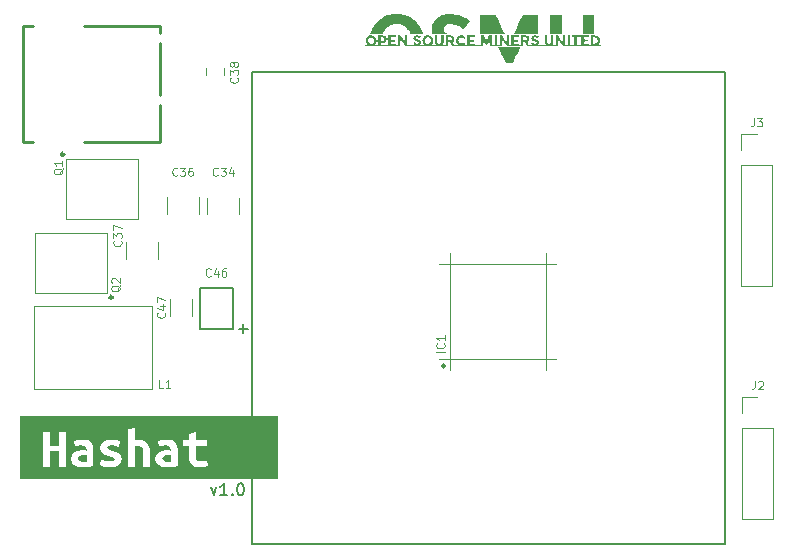
<source format=gbr>
G04 #@! TF.GenerationSoftware,KiCad,Pcbnew,7.0.5-0*
G04 #@! TF.CreationDate,2023-06-09T10:40:46+01:00*
G04 #@! TF.ProjectId,Hashat,48617368-6174-42e6-9b69-6361645f7063,rev?*
G04 #@! TF.SameCoordinates,Original*
G04 #@! TF.FileFunction,Legend,Top*
G04 #@! TF.FilePolarity,Positive*
%FSLAX46Y46*%
G04 Gerber Fmt 4.6, Leading zero omitted, Abs format (unit mm)*
G04 Created by KiCad (PCBNEW 7.0.5-0) date 2023-06-09 10:40:46*
%MOMM*%
%LPD*%
G01*
G04 APERTURE LIST*
%ADD10C,0.150000*%
%ADD11C,0.100000*%
%ADD12C,0.120000*%
%ADD13C,0.250000*%
%ADD14C,0.127000*%
%ADD15C,0.280227*%
G04 APERTURE END LIST*
D10*
X96554000Y-66935000D02*
X136544000Y-66935000D01*
X136544000Y-106915000D01*
X96554000Y-106915000D01*
X96554000Y-66935000D01*
X93038541Y-102125152D02*
X93276636Y-102791819D01*
X93276636Y-102791819D02*
X93514731Y-102125152D01*
X94419493Y-102791819D02*
X93848065Y-102791819D01*
X94133779Y-102791819D02*
X94133779Y-101791819D01*
X94133779Y-101791819D02*
X94038541Y-101934676D01*
X94038541Y-101934676D02*
X93943303Y-102029914D01*
X93943303Y-102029914D02*
X93848065Y-102077533D01*
X94848065Y-102696580D02*
X94895684Y-102744200D01*
X94895684Y-102744200D02*
X94848065Y-102791819D01*
X94848065Y-102791819D02*
X94800446Y-102744200D01*
X94800446Y-102744200D02*
X94848065Y-102696580D01*
X94848065Y-102696580D02*
X94848065Y-102791819D01*
X95514731Y-101791819D02*
X95609969Y-101791819D01*
X95609969Y-101791819D02*
X95705207Y-101839438D01*
X95705207Y-101839438D02*
X95752826Y-101887057D01*
X95752826Y-101887057D02*
X95800445Y-101982295D01*
X95800445Y-101982295D02*
X95848064Y-102172771D01*
X95848064Y-102172771D02*
X95848064Y-102410866D01*
X95848064Y-102410866D02*
X95800445Y-102601342D01*
X95800445Y-102601342D02*
X95752826Y-102696580D01*
X95752826Y-102696580D02*
X95705207Y-102744200D01*
X95705207Y-102744200D02*
X95609969Y-102791819D01*
X95609969Y-102791819D02*
X95514731Y-102791819D01*
X95514731Y-102791819D02*
X95419493Y-102744200D01*
X95419493Y-102744200D02*
X95371874Y-102696580D01*
X95371874Y-102696580D02*
X95324255Y-102601342D01*
X95324255Y-102601342D02*
X95276636Y-102410866D01*
X95276636Y-102410866D02*
X95276636Y-102172771D01*
X95276636Y-102172771D02*
X95324255Y-101982295D01*
X95324255Y-101982295D02*
X95371874Y-101887057D01*
X95371874Y-101887057D02*
X95419493Y-101839438D01*
X95419493Y-101839438D02*
X95514731Y-101791819D01*
D11*
X139087666Y-93137633D02*
X139087666Y-93637633D01*
X139087666Y-93637633D02*
X139054333Y-93737633D01*
X139054333Y-93737633D02*
X138987666Y-93804300D01*
X138987666Y-93804300D02*
X138887666Y-93837633D01*
X138887666Y-93837633D02*
X138821000Y-93837633D01*
X139387666Y-93204300D02*
X139420999Y-93170966D01*
X139420999Y-93170966D02*
X139487666Y-93137633D01*
X139487666Y-93137633D02*
X139654333Y-93137633D01*
X139654333Y-93137633D02*
X139720999Y-93170966D01*
X139720999Y-93170966D02*
X139754333Y-93204300D01*
X139754333Y-93204300D02*
X139787666Y-93270966D01*
X139787666Y-93270966D02*
X139787666Y-93337633D01*
X139787666Y-93337633D02*
X139754333Y-93437633D01*
X139754333Y-93437633D02*
X139354333Y-93837633D01*
X139354333Y-93837633D02*
X139787666Y-93837633D01*
X93029199Y-84221366D02*
X92995866Y-84254700D01*
X92995866Y-84254700D02*
X92895866Y-84288033D01*
X92895866Y-84288033D02*
X92829199Y-84288033D01*
X92829199Y-84288033D02*
X92729199Y-84254700D01*
X92729199Y-84254700D02*
X92662533Y-84188033D01*
X92662533Y-84188033D02*
X92629199Y-84121366D01*
X92629199Y-84121366D02*
X92595866Y-83988033D01*
X92595866Y-83988033D02*
X92595866Y-83888033D01*
X92595866Y-83888033D02*
X92629199Y-83754700D01*
X92629199Y-83754700D02*
X92662533Y-83688033D01*
X92662533Y-83688033D02*
X92729199Y-83621366D01*
X92729199Y-83621366D02*
X92829199Y-83588033D01*
X92829199Y-83588033D02*
X92895866Y-83588033D01*
X92895866Y-83588033D02*
X92995866Y-83621366D01*
X92995866Y-83621366D02*
X93029199Y-83654700D01*
X93629199Y-83821366D02*
X93629199Y-84288033D01*
X93462533Y-83554700D02*
X93295866Y-84054700D01*
X93295866Y-84054700D02*
X93729199Y-84054700D01*
X94295866Y-83588033D02*
X94162533Y-83588033D01*
X94162533Y-83588033D02*
X94095866Y-83621366D01*
X94095866Y-83621366D02*
X94062533Y-83654700D01*
X94062533Y-83654700D02*
X93995866Y-83754700D01*
X93995866Y-83754700D02*
X93962533Y-83888033D01*
X93962533Y-83888033D02*
X93962533Y-84154700D01*
X93962533Y-84154700D02*
X93995866Y-84221366D01*
X93995866Y-84221366D02*
X94029200Y-84254700D01*
X94029200Y-84254700D02*
X94095866Y-84288033D01*
X94095866Y-84288033D02*
X94229200Y-84288033D01*
X94229200Y-84288033D02*
X94295866Y-84254700D01*
X94295866Y-84254700D02*
X94329200Y-84221366D01*
X94329200Y-84221366D02*
X94362533Y-84154700D01*
X94362533Y-84154700D02*
X94362533Y-83988033D01*
X94362533Y-83988033D02*
X94329200Y-83921366D01*
X94329200Y-83921366D02*
X94295866Y-83888033D01*
X94295866Y-83888033D02*
X94229200Y-83854700D01*
X94229200Y-83854700D02*
X94095866Y-83854700D01*
X94095866Y-83854700D02*
X94029200Y-83888033D01*
X94029200Y-83888033D02*
X93995866Y-83921366D01*
X93995866Y-83921366D02*
X93962533Y-83988033D01*
D10*
X95783866Y-89067951D02*
X95783866Y-88306047D01*
X96164819Y-88686999D02*
X95402914Y-88686999D01*
D11*
X90203999Y-75691966D02*
X90170666Y-75725300D01*
X90170666Y-75725300D02*
X90070666Y-75758633D01*
X90070666Y-75758633D02*
X90003999Y-75758633D01*
X90003999Y-75758633D02*
X89903999Y-75725300D01*
X89903999Y-75725300D02*
X89837333Y-75658633D01*
X89837333Y-75658633D02*
X89803999Y-75591966D01*
X89803999Y-75591966D02*
X89770666Y-75458633D01*
X89770666Y-75458633D02*
X89770666Y-75358633D01*
X89770666Y-75358633D02*
X89803999Y-75225300D01*
X89803999Y-75225300D02*
X89837333Y-75158633D01*
X89837333Y-75158633D02*
X89903999Y-75091966D01*
X89903999Y-75091966D02*
X90003999Y-75058633D01*
X90003999Y-75058633D02*
X90070666Y-75058633D01*
X90070666Y-75058633D02*
X90170666Y-75091966D01*
X90170666Y-75091966D02*
X90203999Y-75125300D01*
X90437333Y-75058633D02*
X90870666Y-75058633D01*
X90870666Y-75058633D02*
X90637333Y-75325300D01*
X90637333Y-75325300D02*
X90737333Y-75325300D01*
X90737333Y-75325300D02*
X90803999Y-75358633D01*
X90803999Y-75358633D02*
X90837333Y-75391966D01*
X90837333Y-75391966D02*
X90870666Y-75458633D01*
X90870666Y-75458633D02*
X90870666Y-75625300D01*
X90870666Y-75625300D02*
X90837333Y-75691966D01*
X90837333Y-75691966D02*
X90803999Y-75725300D01*
X90803999Y-75725300D02*
X90737333Y-75758633D01*
X90737333Y-75758633D02*
X90537333Y-75758633D01*
X90537333Y-75758633D02*
X90470666Y-75725300D01*
X90470666Y-75725300D02*
X90437333Y-75691966D01*
X91470666Y-75058633D02*
X91337333Y-75058633D01*
X91337333Y-75058633D02*
X91270666Y-75091966D01*
X91270666Y-75091966D02*
X91237333Y-75125300D01*
X91237333Y-75125300D02*
X91170666Y-75225300D01*
X91170666Y-75225300D02*
X91137333Y-75358633D01*
X91137333Y-75358633D02*
X91137333Y-75625300D01*
X91137333Y-75625300D02*
X91170666Y-75691966D01*
X91170666Y-75691966D02*
X91204000Y-75725300D01*
X91204000Y-75725300D02*
X91270666Y-75758633D01*
X91270666Y-75758633D02*
X91404000Y-75758633D01*
X91404000Y-75758633D02*
X91470666Y-75725300D01*
X91470666Y-75725300D02*
X91504000Y-75691966D01*
X91504000Y-75691966D02*
X91537333Y-75625300D01*
X91537333Y-75625300D02*
X91537333Y-75458633D01*
X91537333Y-75458633D02*
X91504000Y-75391966D01*
X91504000Y-75391966D02*
X91470666Y-75358633D01*
X91470666Y-75358633D02*
X91404000Y-75325300D01*
X91404000Y-75325300D02*
X91270666Y-75325300D01*
X91270666Y-75325300D02*
X91204000Y-75358633D01*
X91204000Y-75358633D02*
X91170666Y-75391966D01*
X91170666Y-75391966D02*
X91137333Y-75458633D01*
X85383300Y-85039666D02*
X85349966Y-85106333D01*
X85349966Y-85106333D02*
X85283300Y-85173000D01*
X85283300Y-85173000D02*
X85183300Y-85273000D01*
X85183300Y-85273000D02*
X85149966Y-85339666D01*
X85149966Y-85339666D02*
X85149966Y-85406333D01*
X85316633Y-85373000D02*
X85283300Y-85439666D01*
X85283300Y-85439666D02*
X85216633Y-85506333D01*
X85216633Y-85506333D02*
X85083300Y-85539666D01*
X85083300Y-85539666D02*
X84849966Y-85539666D01*
X84849966Y-85539666D02*
X84716633Y-85506333D01*
X84716633Y-85506333D02*
X84649966Y-85439666D01*
X84649966Y-85439666D02*
X84616633Y-85373000D01*
X84616633Y-85373000D02*
X84616633Y-85239666D01*
X84616633Y-85239666D02*
X84649966Y-85173000D01*
X84649966Y-85173000D02*
X84716633Y-85106333D01*
X84716633Y-85106333D02*
X84849966Y-85073000D01*
X84849966Y-85073000D02*
X85083300Y-85073000D01*
X85083300Y-85073000D02*
X85216633Y-85106333D01*
X85216633Y-85106333D02*
X85283300Y-85173000D01*
X85283300Y-85173000D02*
X85316633Y-85239666D01*
X85316633Y-85239666D02*
X85316633Y-85373000D01*
X84683300Y-84806333D02*
X84649966Y-84773000D01*
X84649966Y-84773000D02*
X84616633Y-84706333D01*
X84616633Y-84706333D02*
X84616633Y-84539667D01*
X84616633Y-84539667D02*
X84649966Y-84473000D01*
X84649966Y-84473000D02*
X84683300Y-84439667D01*
X84683300Y-84439667D02*
X84749966Y-84406333D01*
X84749966Y-84406333D02*
X84816633Y-84406333D01*
X84816633Y-84406333D02*
X84916633Y-84439667D01*
X84916633Y-84439667D02*
X85316633Y-84839667D01*
X85316633Y-84839667D02*
X85316633Y-84406333D01*
X95299966Y-67438000D02*
X95333300Y-67471333D01*
X95333300Y-67471333D02*
X95366633Y-67571333D01*
X95366633Y-67571333D02*
X95366633Y-67638000D01*
X95366633Y-67638000D02*
X95333300Y-67738000D01*
X95333300Y-67738000D02*
X95266633Y-67804667D01*
X95266633Y-67804667D02*
X95199966Y-67838000D01*
X95199966Y-67838000D02*
X95066633Y-67871333D01*
X95066633Y-67871333D02*
X94966633Y-67871333D01*
X94966633Y-67871333D02*
X94833300Y-67838000D01*
X94833300Y-67838000D02*
X94766633Y-67804667D01*
X94766633Y-67804667D02*
X94699966Y-67738000D01*
X94699966Y-67738000D02*
X94666633Y-67638000D01*
X94666633Y-67638000D02*
X94666633Y-67571333D01*
X94666633Y-67571333D02*
X94699966Y-67471333D01*
X94699966Y-67471333D02*
X94733300Y-67438000D01*
X94666633Y-67204667D02*
X94666633Y-66771333D01*
X94666633Y-66771333D02*
X94933300Y-67004667D01*
X94933300Y-67004667D02*
X94933300Y-66904667D01*
X94933300Y-66904667D02*
X94966633Y-66838000D01*
X94966633Y-66838000D02*
X94999966Y-66804667D01*
X94999966Y-66804667D02*
X95066633Y-66771333D01*
X95066633Y-66771333D02*
X95233300Y-66771333D01*
X95233300Y-66771333D02*
X95299966Y-66804667D01*
X95299966Y-66804667D02*
X95333300Y-66838000D01*
X95333300Y-66838000D02*
X95366633Y-66904667D01*
X95366633Y-66904667D02*
X95366633Y-67104667D01*
X95366633Y-67104667D02*
X95333300Y-67171333D01*
X95333300Y-67171333D02*
X95299966Y-67204667D01*
X94966633Y-66371333D02*
X94933300Y-66438000D01*
X94933300Y-66438000D02*
X94899966Y-66471333D01*
X94899966Y-66471333D02*
X94833300Y-66504666D01*
X94833300Y-66504666D02*
X94799966Y-66504666D01*
X94799966Y-66504666D02*
X94733300Y-66471333D01*
X94733300Y-66471333D02*
X94699966Y-66438000D01*
X94699966Y-66438000D02*
X94666633Y-66371333D01*
X94666633Y-66371333D02*
X94666633Y-66238000D01*
X94666633Y-66238000D02*
X94699966Y-66171333D01*
X94699966Y-66171333D02*
X94733300Y-66138000D01*
X94733300Y-66138000D02*
X94799966Y-66104666D01*
X94799966Y-66104666D02*
X94833300Y-66104666D01*
X94833300Y-66104666D02*
X94899966Y-66138000D01*
X94899966Y-66138000D02*
X94933300Y-66171333D01*
X94933300Y-66171333D02*
X94966633Y-66238000D01*
X94966633Y-66238000D02*
X94966633Y-66371333D01*
X94966633Y-66371333D02*
X94999966Y-66438000D01*
X94999966Y-66438000D02*
X95033300Y-66471333D01*
X95033300Y-66471333D02*
X95099966Y-66504666D01*
X95099966Y-66504666D02*
X95233300Y-66504666D01*
X95233300Y-66504666D02*
X95299966Y-66471333D01*
X95299966Y-66471333D02*
X95333300Y-66438000D01*
X95333300Y-66438000D02*
X95366633Y-66371333D01*
X95366633Y-66371333D02*
X95366633Y-66238000D01*
X95366633Y-66238000D02*
X95333300Y-66171333D01*
X95333300Y-66171333D02*
X95299966Y-66138000D01*
X95299966Y-66138000D02*
X95233300Y-66104666D01*
X95233300Y-66104666D02*
X95099966Y-66104666D01*
X95099966Y-66104666D02*
X95033300Y-66138000D01*
X95033300Y-66138000D02*
X94999966Y-66171333D01*
X94999966Y-66171333D02*
X94966633Y-66238000D01*
X89121966Y-87343000D02*
X89155300Y-87376333D01*
X89155300Y-87376333D02*
X89188633Y-87476333D01*
X89188633Y-87476333D02*
X89188633Y-87543000D01*
X89188633Y-87543000D02*
X89155300Y-87643000D01*
X89155300Y-87643000D02*
X89088633Y-87709667D01*
X89088633Y-87709667D02*
X89021966Y-87743000D01*
X89021966Y-87743000D02*
X88888633Y-87776333D01*
X88888633Y-87776333D02*
X88788633Y-87776333D01*
X88788633Y-87776333D02*
X88655300Y-87743000D01*
X88655300Y-87743000D02*
X88588633Y-87709667D01*
X88588633Y-87709667D02*
X88521966Y-87643000D01*
X88521966Y-87643000D02*
X88488633Y-87543000D01*
X88488633Y-87543000D02*
X88488633Y-87476333D01*
X88488633Y-87476333D02*
X88521966Y-87376333D01*
X88521966Y-87376333D02*
X88555300Y-87343000D01*
X88721966Y-86743000D02*
X89188633Y-86743000D01*
X88455300Y-86909667D02*
X88955300Y-87076333D01*
X88955300Y-87076333D02*
X88955300Y-86643000D01*
X88488633Y-86443000D02*
X88488633Y-85976333D01*
X88488633Y-85976333D02*
X89188633Y-86276333D01*
X112834133Y-90667544D02*
X112134133Y-90667544D01*
X112767466Y-89934211D02*
X112800800Y-89967544D01*
X112800800Y-89967544D02*
X112834133Y-90067544D01*
X112834133Y-90067544D02*
X112834133Y-90134211D01*
X112834133Y-90134211D02*
X112800800Y-90234211D01*
X112800800Y-90234211D02*
X112734133Y-90300878D01*
X112734133Y-90300878D02*
X112667466Y-90334211D01*
X112667466Y-90334211D02*
X112534133Y-90367544D01*
X112534133Y-90367544D02*
X112434133Y-90367544D01*
X112434133Y-90367544D02*
X112300800Y-90334211D01*
X112300800Y-90334211D02*
X112234133Y-90300878D01*
X112234133Y-90300878D02*
X112167466Y-90234211D01*
X112167466Y-90234211D02*
X112134133Y-90134211D01*
X112134133Y-90134211D02*
X112134133Y-90067544D01*
X112134133Y-90067544D02*
X112167466Y-89967544D01*
X112167466Y-89967544D02*
X112200800Y-89934211D01*
X112834133Y-89267544D02*
X112834133Y-89667544D01*
X112834133Y-89467544D02*
X112134133Y-89467544D01*
X112134133Y-89467544D02*
X112234133Y-89534211D01*
X112234133Y-89534211D02*
X112300800Y-89600878D01*
X112300800Y-89600878D02*
X112334133Y-89667544D01*
X80524300Y-75117666D02*
X80490966Y-75184333D01*
X80490966Y-75184333D02*
X80424300Y-75251000D01*
X80424300Y-75251000D02*
X80324300Y-75351000D01*
X80324300Y-75351000D02*
X80290966Y-75417666D01*
X80290966Y-75417666D02*
X80290966Y-75484333D01*
X80457633Y-75451000D02*
X80424300Y-75517666D01*
X80424300Y-75517666D02*
X80357633Y-75584333D01*
X80357633Y-75584333D02*
X80224300Y-75617666D01*
X80224300Y-75617666D02*
X79990966Y-75617666D01*
X79990966Y-75617666D02*
X79857633Y-75584333D01*
X79857633Y-75584333D02*
X79790966Y-75517666D01*
X79790966Y-75517666D02*
X79757633Y-75451000D01*
X79757633Y-75451000D02*
X79757633Y-75317666D01*
X79757633Y-75317666D02*
X79790966Y-75251000D01*
X79790966Y-75251000D02*
X79857633Y-75184333D01*
X79857633Y-75184333D02*
X79990966Y-75151000D01*
X79990966Y-75151000D02*
X80224300Y-75151000D01*
X80224300Y-75151000D02*
X80357633Y-75184333D01*
X80357633Y-75184333D02*
X80424300Y-75251000D01*
X80424300Y-75251000D02*
X80457633Y-75317666D01*
X80457633Y-75317666D02*
X80457633Y-75451000D01*
X80457633Y-74484333D02*
X80457633Y-74884333D01*
X80457633Y-74684333D02*
X79757633Y-74684333D01*
X79757633Y-74684333D02*
X79857633Y-74751000D01*
X79857633Y-74751000D02*
X79924300Y-74817667D01*
X79924300Y-74817667D02*
X79957633Y-74884333D01*
X139030666Y-70873633D02*
X139030666Y-71373633D01*
X139030666Y-71373633D02*
X138997333Y-71473633D01*
X138997333Y-71473633D02*
X138930666Y-71540300D01*
X138930666Y-71540300D02*
X138830666Y-71573633D01*
X138830666Y-71573633D02*
X138764000Y-71573633D01*
X139297333Y-70873633D02*
X139730666Y-70873633D01*
X139730666Y-70873633D02*
X139497333Y-71140300D01*
X139497333Y-71140300D02*
X139597333Y-71140300D01*
X139597333Y-71140300D02*
X139663999Y-71173633D01*
X139663999Y-71173633D02*
X139697333Y-71206966D01*
X139697333Y-71206966D02*
X139730666Y-71273633D01*
X139730666Y-71273633D02*
X139730666Y-71440300D01*
X139730666Y-71440300D02*
X139697333Y-71506966D01*
X139697333Y-71506966D02*
X139663999Y-71540300D01*
X139663999Y-71540300D02*
X139597333Y-71573633D01*
X139597333Y-71573633D02*
X139397333Y-71573633D01*
X139397333Y-71573633D02*
X139330666Y-71540300D01*
X139330666Y-71540300D02*
X139297333Y-71506966D01*
X89018333Y-93753633D02*
X88684999Y-93753633D01*
X88684999Y-93753633D02*
X88684999Y-93053633D01*
X89618333Y-93753633D02*
X89218333Y-93753633D01*
X89418333Y-93753633D02*
X89418333Y-93053633D01*
X89418333Y-93053633D02*
X89351666Y-93153633D01*
X89351666Y-93153633D02*
X89285000Y-93220300D01*
X89285000Y-93220300D02*
X89218333Y-93253633D01*
X85415966Y-81269000D02*
X85449300Y-81302333D01*
X85449300Y-81302333D02*
X85482633Y-81402333D01*
X85482633Y-81402333D02*
X85482633Y-81469000D01*
X85482633Y-81469000D02*
X85449300Y-81569000D01*
X85449300Y-81569000D02*
X85382633Y-81635667D01*
X85382633Y-81635667D02*
X85315966Y-81669000D01*
X85315966Y-81669000D02*
X85182633Y-81702333D01*
X85182633Y-81702333D02*
X85082633Y-81702333D01*
X85082633Y-81702333D02*
X84949300Y-81669000D01*
X84949300Y-81669000D02*
X84882633Y-81635667D01*
X84882633Y-81635667D02*
X84815966Y-81569000D01*
X84815966Y-81569000D02*
X84782633Y-81469000D01*
X84782633Y-81469000D02*
X84782633Y-81402333D01*
X84782633Y-81402333D02*
X84815966Y-81302333D01*
X84815966Y-81302333D02*
X84849300Y-81269000D01*
X84782633Y-81035667D02*
X84782633Y-80602333D01*
X84782633Y-80602333D02*
X85049300Y-80835667D01*
X85049300Y-80835667D02*
X85049300Y-80735667D01*
X85049300Y-80735667D02*
X85082633Y-80669000D01*
X85082633Y-80669000D02*
X85115966Y-80635667D01*
X85115966Y-80635667D02*
X85182633Y-80602333D01*
X85182633Y-80602333D02*
X85349300Y-80602333D01*
X85349300Y-80602333D02*
X85415966Y-80635667D01*
X85415966Y-80635667D02*
X85449300Y-80669000D01*
X85449300Y-80669000D02*
X85482633Y-80735667D01*
X85482633Y-80735667D02*
X85482633Y-80935667D01*
X85482633Y-80935667D02*
X85449300Y-81002333D01*
X85449300Y-81002333D02*
X85415966Y-81035667D01*
X84782633Y-80369000D02*
X84782633Y-79902333D01*
X84782633Y-79902333D02*
X85482633Y-80202333D01*
X93634999Y-75691966D02*
X93601666Y-75725300D01*
X93601666Y-75725300D02*
X93501666Y-75758633D01*
X93501666Y-75758633D02*
X93434999Y-75758633D01*
X93434999Y-75758633D02*
X93334999Y-75725300D01*
X93334999Y-75725300D02*
X93268333Y-75658633D01*
X93268333Y-75658633D02*
X93234999Y-75591966D01*
X93234999Y-75591966D02*
X93201666Y-75458633D01*
X93201666Y-75458633D02*
X93201666Y-75358633D01*
X93201666Y-75358633D02*
X93234999Y-75225300D01*
X93234999Y-75225300D02*
X93268333Y-75158633D01*
X93268333Y-75158633D02*
X93334999Y-75091966D01*
X93334999Y-75091966D02*
X93434999Y-75058633D01*
X93434999Y-75058633D02*
X93501666Y-75058633D01*
X93501666Y-75058633D02*
X93601666Y-75091966D01*
X93601666Y-75091966D02*
X93634999Y-75125300D01*
X93868333Y-75058633D02*
X94301666Y-75058633D01*
X94301666Y-75058633D02*
X94068333Y-75325300D01*
X94068333Y-75325300D02*
X94168333Y-75325300D01*
X94168333Y-75325300D02*
X94234999Y-75358633D01*
X94234999Y-75358633D02*
X94268333Y-75391966D01*
X94268333Y-75391966D02*
X94301666Y-75458633D01*
X94301666Y-75458633D02*
X94301666Y-75625300D01*
X94301666Y-75625300D02*
X94268333Y-75691966D01*
X94268333Y-75691966D02*
X94234999Y-75725300D01*
X94234999Y-75725300D02*
X94168333Y-75758633D01*
X94168333Y-75758633D02*
X93968333Y-75758633D01*
X93968333Y-75758633D02*
X93901666Y-75725300D01*
X93901666Y-75725300D02*
X93868333Y-75691966D01*
X94901666Y-75291966D02*
X94901666Y-75758633D01*
X94735000Y-75025300D02*
X94568333Y-75525300D01*
X94568333Y-75525300D02*
X95001666Y-75525300D01*
D12*
X137991000Y-94519000D02*
X139321000Y-94519000D01*
X137991000Y-95849000D02*
X137991000Y-94519000D01*
X137991000Y-97119000D02*
X137991000Y-104799000D01*
X137991000Y-97119000D02*
X140651000Y-97119000D01*
X137991000Y-104799000D02*
X140651000Y-104799000D01*
X140651000Y-97119000D02*
X140651000Y-104799000D01*
D13*
X77109000Y-63086000D02*
X78029000Y-63086000D01*
X77109000Y-65876000D02*
X77109000Y-63086000D01*
X77109000Y-65876000D02*
X77109000Y-69046000D01*
X77109000Y-69046000D02*
X77109000Y-72866000D01*
X77109000Y-72866000D02*
X78029000Y-72866000D01*
X82289000Y-63086000D02*
X88729000Y-63086000D01*
X82289000Y-72866000D02*
X88729000Y-72866000D01*
X88729000Y-63086000D02*
X88729000Y-63696000D01*
X88729000Y-64526000D02*
X88729000Y-68896000D01*
X88729000Y-69726000D02*
X88729000Y-72866000D01*
D14*
X92089000Y-88721000D02*
X94889000Y-88721000D01*
X92089000Y-88721000D02*
X92089000Y-85221000D01*
X94889000Y-88721000D02*
X94889000Y-85221000D01*
X92089000Y-85221000D02*
X94889000Y-85221000D01*
D12*
X92020929Y-77568962D02*
X92020929Y-78991466D01*
X89300929Y-77568962D02*
X89300929Y-78991466D01*
X78173945Y-80572678D02*
X84273945Y-80572678D01*
X84273945Y-80572678D02*
X84273945Y-85672678D01*
X84273945Y-85672678D02*
X78173945Y-85672678D01*
X78173945Y-85672678D02*
X78173945Y-80572678D01*
D15*
X84734058Y-86052678D02*
G75*
G03*
X84734058Y-86052678I-140113J0D01*
G01*
D12*
X92663000Y-67187252D02*
X92663000Y-66664748D01*
X94133000Y-67187252D02*
X94133000Y-66664748D01*
X89609000Y-87642252D02*
X89609000Y-86219748D01*
X91429000Y-87642252D02*
X91429000Y-86219748D01*
G36*
X82403819Y-99419988D02*
G01*
X82541931Y-99436656D01*
X82541931Y-99951006D01*
X82384769Y-99962913D01*
X82199031Y-99965294D01*
X81903756Y-99901000D01*
X81789456Y-99684306D01*
X81827556Y-99546194D01*
X81929950Y-99465231D01*
X82079969Y-99424750D01*
X82256181Y-99412844D01*
X82403819Y-99419988D01*
G37*
G36*
X89547569Y-99419988D02*
G01*
X89685681Y-99436656D01*
X89685681Y-99951006D01*
X89528519Y-99962913D01*
X89342781Y-99965294D01*
X89047506Y-99901000D01*
X88933206Y-99684306D01*
X88971306Y-99546194D01*
X89073700Y-99465231D01*
X89223719Y-99424750D01*
X89399931Y-99412844D01*
X89547569Y-99419988D01*
G37*
G36*
X98729669Y-101428969D02*
G01*
X92776544Y-101428969D01*
X92062169Y-101428969D01*
X89299919Y-101428969D01*
X86066181Y-101428969D01*
X84465981Y-101428969D01*
X82156169Y-101428969D01*
X80789331Y-101428969D01*
X78836706Y-101428969D01*
X76852331Y-101428969D01*
X76852331Y-97436406D01*
X78836706Y-97436406D01*
X78836706Y-100384394D01*
X79422494Y-100384394D01*
X79422494Y-99084231D01*
X80203544Y-99084231D01*
X80203544Y-100384394D01*
X80789331Y-100384394D01*
X80789331Y-99698594D01*
X81213194Y-99698594D01*
X81279869Y-100043875D01*
X81470369Y-100272475D01*
X81768025Y-100398681D01*
X82156169Y-100436781D01*
X82455016Y-100427256D01*
X82722906Y-100398681D01*
X83103906Y-100332006D01*
X83103906Y-100251044D01*
X83642069Y-100251044D01*
X83970681Y-100370106D01*
X84196900Y-100420112D01*
X84465981Y-100436781D01*
X84729109Y-100423684D01*
X84946994Y-100384394D01*
X86066181Y-100384394D01*
X86651969Y-100384394D01*
X86651969Y-98660369D01*
X86778175Y-98627031D01*
X86937719Y-98607981D01*
X87209181Y-98746094D01*
X87262759Y-98928259D01*
X87280619Y-99198531D01*
X87280619Y-100384394D01*
X87866406Y-100384394D01*
X87866406Y-99698594D01*
X88356944Y-99698594D01*
X88423619Y-100043875D01*
X88614119Y-100272475D01*
X88911775Y-100398681D01*
X89299919Y-100436781D01*
X89598766Y-100427256D01*
X89866656Y-100398681D01*
X90247656Y-100332006D01*
X90247656Y-98998506D01*
X90201529Y-98631794D01*
X90700094Y-98631794D01*
X91209681Y-98631794D01*
X91209681Y-99550956D01*
X91223969Y-99805155D01*
X91266831Y-100005775D01*
X91433519Y-100274856D01*
X91700219Y-100403444D01*
X92062169Y-100436781D01*
X92426500Y-100408206D01*
X92776544Y-100312956D01*
X92695581Y-99808131D01*
X92545563Y-99870044D01*
X92412213Y-99905763D01*
X92278862Y-99922431D01*
X92128844Y-99927194D01*
X91990731Y-99912906D01*
X91885956Y-99855756D01*
X91819281Y-99736694D01*
X91795469Y-99536669D01*
X91795469Y-98631794D01*
X92733681Y-98631794D01*
X92733681Y-98146019D01*
X91795469Y-98146019D01*
X91795469Y-97488794D01*
X91209681Y-97584044D01*
X91209681Y-98146019D01*
X90700094Y-98146019D01*
X90700094Y-98631794D01*
X90201529Y-98631794D01*
X90200031Y-98619888D01*
X90042869Y-98334137D01*
X89749975Y-98153162D01*
X89543402Y-98104942D01*
X89290394Y-98088869D01*
X89079653Y-98096608D01*
X88876056Y-98119825D01*
X88566494Y-98188881D01*
X88647456Y-98660369D01*
X88897488Y-98603219D01*
X89218956Y-98579406D01*
X89438031Y-98607386D01*
X89580906Y-98691325D01*
X89685681Y-98969931D01*
X89685681Y-99041369D01*
X89496372Y-99012794D01*
X89280869Y-99003269D01*
X88933206Y-99038987D01*
X88637931Y-99155669D01*
X88433144Y-99369981D01*
X88356944Y-99698594D01*
X87866406Y-99698594D01*
X87866406Y-99122331D01*
X87855691Y-98903852D01*
X87823544Y-98705612D01*
X87680669Y-98381762D01*
X87413969Y-98172213D01*
X87227041Y-98116848D01*
X86999631Y-98098394D01*
X86823419Y-98119825D01*
X86651969Y-98165069D01*
X86651969Y-97079219D01*
X86066181Y-97179231D01*
X86066181Y-100384394D01*
X84946994Y-100384394D01*
X85263700Y-100241519D01*
X85437531Y-100027206D01*
X85489919Y-99765269D01*
X85418481Y-99467612D01*
X85235125Y-99267587D01*
X84985094Y-99136619D01*
X84718394Y-99041369D01*
X84549325Y-98981837D01*
X84411212Y-98917544D01*
X84315962Y-98843725D01*
X84280244Y-98750856D01*
X84358825Y-98634175D01*
X84661244Y-98579406D01*
X85047006Y-98634175D01*
X85299419Y-98712756D01*
X85389906Y-98217456D01*
X85063675Y-98122206D01*
X84867817Y-98097203D01*
X84656481Y-98088869D01*
X84421928Y-98102561D01*
X84223094Y-98143637D01*
X83925437Y-98296037D01*
X83753987Y-98519875D01*
X83699219Y-98788956D01*
X83770656Y-99081850D01*
X83951631Y-99274731D01*
X84194519Y-99400938D01*
X84456456Y-99489044D01*
X84630287Y-99546194D01*
X84777925Y-99605725D01*
X84877938Y-99679544D01*
X84913656Y-99784319D01*
X84799356Y-99910525D01*
X84470744Y-99941481D01*
X84087362Y-99884331D01*
X83732556Y-99760506D01*
X83642069Y-100251044D01*
X83103906Y-100251044D01*
X83103906Y-98998506D01*
X83056281Y-98619888D01*
X82899119Y-98334137D01*
X82606225Y-98153162D01*
X82399652Y-98104942D01*
X82146644Y-98088869D01*
X81935903Y-98096608D01*
X81732306Y-98119825D01*
X81422744Y-98188881D01*
X81503706Y-98660369D01*
X81753737Y-98603219D01*
X82075206Y-98579406D01*
X82294281Y-98607386D01*
X82437156Y-98691325D01*
X82541931Y-98969931D01*
X82541931Y-99041369D01*
X82352622Y-99012794D01*
X82137119Y-99003269D01*
X81789456Y-99038987D01*
X81494181Y-99155669D01*
X81289394Y-99369981D01*
X81213194Y-99698594D01*
X80789331Y-99698594D01*
X80789331Y-97436406D01*
X80203544Y-97436406D01*
X80203544Y-98598456D01*
X79422494Y-98598456D01*
X79422494Y-97436406D01*
X78836706Y-97436406D01*
X76852331Y-97436406D01*
X76852331Y-96087031D01*
X78836706Y-96087031D01*
X92776544Y-96087031D01*
X98729669Y-96087031D01*
X98729669Y-101428969D01*
G37*
X113286400Y-92184000D02*
X113286400Y-82284000D01*
X122286400Y-91284000D02*
X112386400Y-91284000D01*
X112386400Y-83184000D02*
X122286400Y-83184000D01*
X121386400Y-82284000D02*
X121386400Y-92184000D01*
D13*
X112881400Y-91844000D02*
G75*
G03*
X112881400Y-91844000I-125000J0D01*
G01*
D12*
X86910364Y-79408114D02*
X80810364Y-79408114D01*
X80810364Y-79408114D02*
X80810364Y-74308114D01*
X80810364Y-74308114D02*
X86910364Y-74308114D01*
X86910364Y-74308114D02*
X86910364Y-79408114D01*
D15*
X80630477Y-73928114D02*
G75*
G03*
X80630477Y-73928114I-140113J0D01*
G01*
D12*
X137934000Y-72255000D02*
X139264000Y-72255000D01*
X137934000Y-73585000D02*
X137934000Y-72255000D01*
X137934000Y-74855000D02*
X137934000Y-85075000D01*
X137934000Y-74855000D02*
X140594000Y-74855000D01*
X137934000Y-85075000D02*
X140594000Y-85075000D01*
X140594000Y-74855000D02*
X140594000Y-85075000D01*
G36*
X122265500Y-62148450D02*
G01*
X122753000Y-62151046D01*
X122753000Y-62936046D01*
X122753000Y-63721046D01*
X122265500Y-63723641D01*
X121778000Y-63726236D01*
X121778000Y-62936046D01*
X121778000Y-62145855D01*
X122265500Y-62148450D01*
G37*
G36*
X125523000Y-62936046D02*
G01*
X125523000Y-63721046D01*
X125040223Y-63723642D01*
X124924868Y-63724160D01*
X124828102Y-63724351D01*
X124748516Y-63724184D01*
X124684700Y-63723632D01*
X124635246Y-63722664D01*
X124598745Y-63721253D01*
X124573787Y-63719370D01*
X124558964Y-63716985D01*
X124552866Y-63714070D01*
X124552638Y-63713642D01*
X124551909Y-63701865D01*
X124551279Y-63671643D01*
X124550752Y-63624528D01*
X124550334Y-63562076D01*
X124550027Y-63485839D01*
X124549837Y-63397372D01*
X124549768Y-63298229D01*
X124549824Y-63189963D01*
X124550010Y-63074128D01*
X124550330Y-62952278D01*
X124550415Y-62926046D01*
X124553000Y-62151046D01*
X125038000Y-62151046D01*
X125523000Y-62151046D01*
X125523000Y-62936046D01*
G37*
G36*
X120758000Y-62935974D02*
G01*
X120758000Y-63726046D01*
X119733000Y-63726046D01*
X119591674Y-63725974D01*
X119456120Y-63725766D01*
X119327659Y-63725431D01*
X119207612Y-63724978D01*
X119097301Y-63724418D01*
X118998050Y-63723760D01*
X118911179Y-63723013D01*
X118838011Y-63722188D01*
X118779867Y-63721295D01*
X118738070Y-63720341D01*
X118713941Y-63719339D01*
X118708234Y-63718546D01*
X118712441Y-63708577D01*
X118724579Y-63681847D01*
X118744031Y-63639676D01*
X118770180Y-63583383D01*
X118802409Y-63514288D01*
X118840099Y-63433712D01*
X118882635Y-63342973D01*
X118929399Y-63243391D01*
X118979774Y-63136287D01*
X119033142Y-63022981D01*
X119076497Y-62931046D01*
X119444525Y-62151046D01*
X120101262Y-62148474D01*
X120758000Y-62145902D01*
X120758000Y-62935974D01*
G37*
G36*
X118472555Y-64856100D02*
G01*
X118618071Y-64856273D01*
X118745507Y-64856576D01*
X118855824Y-64857021D01*
X118949981Y-64857623D01*
X119028939Y-64858392D01*
X119093657Y-64859341D01*
X119145095Y-64860484D01*
X119184215Y-64861831D01*
X119211974Y-64863397D01*
X119229335Y-64865194D01*
X119237256Y-64867233D01*
X119238000Y-64868178D01*
X119233673Y-64878933D01*
X119221161Y-64906152D01*
X119201170Y-64948384D01*
X119174402Y-65004177D01*
X119141561Y-65072080D01*
X119103352Y-65150639D01*
X119060478Y-65238405D01*
X119013643Y-65333923D01*
X118963551Y-65435744D01*
X118920500Y-65523002D01*
X118603000Y-66165693D01*
X118309863Y-66165869D01*
X118016727Y-66166046D01*
X117716300Y-65558546D01*
X117651618Y-65427691D01*
X117595320Y-65313659D01*
X117546882Y-65215365D01*
X117505779Y-65131726D01*
X117471485Y-65061658D01*
X117443476Y-65004078D01*
X117421227Y-64957901D01*
X117404212Y-64922044D01*
X117391907Y-64895424D01*
X117383787Y-64876956D01*
X117379326Y-64865558D01*
X117378000Y-64860216D01*
X117387768Y-64859613D01*
X117416148Y-64859036D01*
X117461752Y-64858492D01*
X117523191Y-64857986D01*
X117599077Y-64857524D01*
X117688021Y-64857114D01*
X117788636Y-64856761D01*
X117899533Y-64856472D01*
X118019323Y-64856252D01*
X118146619Y-64856109D01*
X118280032Y-64856047D01*
X118308000Y-64856046D01*
X118472555Y-64856100D01*
G37*
G36*
X116872828Y-62147829D02*
G01*
X116956381Y-62148139D01*
X117024803Y-62148742D01*
X117079313Y-62149657D01*
X117121126Y-62150901D01*
X117151460Y-62152493D01*
X117171532Y-62154451D01*
X117182560Y-62156793D01*
X117185411Y-62158474D01*
X117190956Y-62169072D01*
X117204156Y-62196102D01*
X117224260Y-62237959D01*
X117250513Y-62293039D01*
X117282164Y-62359738D01*
X117318459Y-62436453D01*
X117358648Y-62521578D01*
X117401976Y-62613510D01*
X117447692Y-62710645D01*
X117495044Y-62811379D01*
X117543277Y-62914107D01*
X117591641Y-63017226D01*
X117639382Y-63119132D01*
X117685747Y-63218220D01*
X117729986Y-63312887D01*
X117771344Y-63401527D01*
X117809069Y-63482538D01*
X117842410Y-63554315D01*
X117870612Y-63615255D01*
X117892925Y-63663752D01*
X117908595Y-63698203D01*
X117916869Y-63717004D01*
X117918000Y-63720061D01*
X117908220Y-63720886D01*
X117879762Y-63721678D01*
X117833949Y-63722428D01*
X117772103Y-63723128D01*
X117695545Y-63723773D01*
X117605598Y-63724352D01*
X117503584Y-63724859D01*
X117390826Y-63725287D01*
X117268645Y-63725626D01*
X117138363Y-63725871D01*
X117001304Y-63726012D01*
X116892686Y-63726046D01*
X116720529Y-63726000D01*
X116567407Y-63725854D01*
X116432355Y-63725598D01*
X116314408Y-63725219D01*
X116212601Y-63724705D01*
X116125970Y-63724045D01*
X116053549Y-63723228D01*
X115994373Y-63722240D01*
X115947478Y-63721071D01*
X115911898Y-63719709D01*
X115886670Y-63718143D01*
X115870827Y-63716359D01*
X115863405Y-63714348D01*
X115862601Y-63713546D01*
X115861878Y-63701785D01*
X115861253Y-63671577D01*
X115860732Y-63624478D01*
X115860318Y-63562039D01*
X115860016Y-63485816D01*
X115859829Y-63397360D01*
X115859763Y-63298227D01*
X115859822Y-63189969D01*
X115860009Y-63074141D01*
X115860330Y-62952295D01*
X115860415Y-62926046D01*
X115863000Y-62151046D01*
X116519216Y-62148474D01*
X116655462Y-62148015D01*
X116772927Y-62147794D01*
X116872828Y-62147829D01*
G37*
G36*
X109008972Y-62062774D02*
G01*
X109206343Y-62085779D01*
X109323000Y-62106931D01*
X109514164Y-62156769D01*
X109701373Y-62225363D01*
X109883018Y-62311607D01*
X110057485Y-62414393D01*
X110223163Y-62532617D01*
X110378441Y-62665170D01*
X110521707Y-62810948D01*
X110651349Y-62968842D01*
X110720003Y-63066046D01*
X110769679Y-63146038D01*
X110819392Y-63236025D01*
X110867215Y-63331722D01*
X110911217Y-63428847D01*
X110949469Y-63523118D01*
X110980042Y-63610252D01*
X111001007Y-63685966D01*
X111002672Y-63693546D01*
X111009589Y-63726046D01*
X110489492Y-63726046D01*
X109969395Y-63726046D01*
X109933482Y-63651378D01*
X109864779Y-63528300D01*
X109779835Y-63408791D01*
X109681862Y-63296270D01*
X109574075Y-63194155D01*
X109459690Y-63105861D01*
X109365253Y-63047290D01*
X109237167Y-62987699D01*
X109100136Y-62944454D01*
X108956784Y-62917590D01*
X108809737Y-62907141D01*
X108661622Y-62913140D01*
X108515064Y-62935621D01*
X108372688Y-62974618D01*
X108237121Y-63030166D01*
X108232116Y-63032615D01*
X108120370Y-63097167D01*
X108010735Y-63178682D01*
X107906131Y-63274139D01*
X107809480Y-63380517D01*
X107723702Y-63494796D01*
X107651720Y-63613955D01*
X107631631Y-63653546D01*
X107596604Y-63726046D01*
X107077892Y-63726046D01*
X106977961Y-63725903D01*
X106884182Y-63725493D01*
X106798439Y-63724844D01*
X106722610Y-63723983D01*
X106658580Y-63722937D01*
X106608228Y-63721734D01*
X106573436Y-63720400D01*
X106556086Y-63718964D01*
X106554472Y-63718428D01*
X106554777Y-63704154D01*
X106561872Y-63674651D01*
X106574610Y-63633050D01*
X106591847Y-63582480D01*
X106612438Y-63526072D01*
X106635236Y-63466955D01*
X106659097Y-63408259D01*
X106682875Y-63353115D01*
X106705425Y-63304653D01*
X106707198Y-63301046D01*
X106779051Y-63165593D01*
X106855280Y-63043114D01*
X106939828Y-62928077D01*
X107036638Y-62814953D01*
X107105812Y-62742064D01*
X107264201Y-62593431D01*
X107429300Y-62463502D01*
X107601711Y-62351937D01*
X107782032Y-62258398D01*
X107970864Y-62182544D01*
X108168806Y-62124037D01*
X108218480Y-62112372D01*
X108406725Y-62078776D01*
X108604399Y-62059296D01*
X108806736Y-62053954D01*
X109008972Y-62062774D01*
G37*
G36*
X113388860Y-62056291D02*
G01*
X113465596Y-62058207D01*
X113532467Y-62061424D01*
X113584503Y-62065942D01*
X113584819Y-62065980D01*
X113806841Y-62101169D01*
X114021931Y-62151900D01*
X114228337Y-62217538D01*
X114424311Y-62297449D01*
X114608104Y-62390998D01*
X114777968Y-62497549D01*
X114783000Y-62501058D01*
X114824590Y-62530810D01*
X114864296Y-62560350D01*
X114896590Y-62585510D01*
X114910981Y-62597536D01*
X114948962Y-62631046D01*
X114701875Y-62987324D01*
X114454788Y-63343602D01*
X114373894Y-63286198D01*
X114232772Y-63194233D01*
X114084188Y-63112596D01*
X113933599Y-63044064D01*
X113806712Y-62997743D01*
X113706949Y-62968203D01*
X113614943Y-62946722D01*
X113523356Y-62932053D01*
X113424851Y-62922953D01*
X113342829Y-62919059D01*
X113277581Y-62917184D01*
X113227796Y-62916657D01*
X113188967Y-62917755D01*
X113156584Y-62920754D01*
X113126142Y-62925930D01*
X113093131Y-62933561D01*
X113088922Y-62934619D01*
X112995719Y-62966575D01*
X112916403Y-63011338D01*
X112851874Y-63067997D01*
X112803034Y-63135643D01*
X112770781Y-63213366D01*
X112759289Y-63267777D01*
X112755352Y-63356037D01*
X112769474Y-63436151D01*
X112801786Y-63508342D01*
X112852424Y-63572832D01*
X112921520Y-63629845D01*
X113004654Y-63677417D01*
X113040960Y-63695407D01*
X113069263Y-63710223D01*
X113085577Y-63719739D01*
X113088000Y-63721902D01*
X113078275Y-63722614D01*
X113050207Y-63723287D01*
X113005448Y-63723911D01*
X112945656Y-63724475D01*
X112872485Y-63724969D01*
X112787590Y-63725383D01*
X112692627Y-63725706D01*
X112589251Y-63725927D01*
X112479117Y-63726036D01*
X112433828Y-63726046D01*
X111779657Y-63726046D01*
X111769216Y-63677360D01*
X111764410Y-63648881D01*
X111758765Y-63605977D01*
X111752943Y-63554167D01*
X111747605Y-63498970D01*
X111746958Y-63491562D01*
X111741270Y-63337513D01*
X111750457Y-63186064D01*
X111774026Y-63040668D01*
X111811486Y-62904780D01*
X111841753Y-62826165D01*
X111905869Y-62703029D01*
X111987343Y-62588158D01*
X112084999Y-62482304D01*
X112197663Y-62386218D01*
X112324157Y-62300651D01*
X112463305Y-62226356D01*
X112613931Y-62164083D01*
X112774858Y-62114584D01*
X112944912Y-62078610D01*
X113031180Y-62066153D01*
X113082682Y-62061593D01*
X113149171Y-62058325D01*
X113225677Y-62056351D01*
X113307230Y-62055672D01*
X113388860Y-62056291D01*
G37*
G36*
X120583641Y-63858173D02*
G01*
X120674390Y-63884014D01*
X120726596Y-63906923D01*
X120767526Y-63928198D01*
X120791676Y-63945277D01*
X120800301Y-63962607D01*
X120794658Y-63984635D01*
X120776001Y-64015806D01*
X120762843Y-64035248D01*
X120715413Y-64104664D01*
X120676220Y-64079922D01*
X120619303Y-64049944D01*
X120562683Y-64030767D01*
X120509081Y-64022176D01*
X120461216Y-64023952D01*
X120421807Y-64035878D01*
X120393575Y-64057737D01*
X120379238Y-64089312D01*
X120378000Y-64103748D01*
X120383683Y-64127187D01*
X120401979Y-64148212D01*
X120434753Y-64167981D01*
X120483873Y-64187648D01*
X120543491Y-64206186D01*
X120630920Y-64234634D01*
X120699981Y-64265428D01*
X120752280Y-64299927D01*
X120789425Y-64339490D01*
X120813022Y-64385473D01*
X120824678Y-64439236D01*
X120825175Y-64444259D01*
X120823857Y-64518699D01*
X120805686Y-64583216D01*
X120770871Y-64637078D01*
X120769964Y-64638088D01*
X120735672Y-64676046D01*
X121092184Y-64676046D01*
X121448695Y-64676046D01*
X121413553Y-64645190D01*
X121390974Y-64620039D01*
X121366219Y-64584378D01*
X121345705Y-64547938D01*
X121313000Y-64481542D01*
X121309966Y-64173794D01*
X121306933Y-63866046D01*
X121401770Y-63866046D01*
X121496608Y-63866046D01*
X121499804Y-64148546D01*
X121500776Y-64231088D01*
X121501755Y-64296147D01*
X121502956Y-64346240D01*
X121504598Y-64383883D01*
X121506898Y-64411593D01*
X121510072Y-64431885D01*
X121514338Y-64447276D01*
X121519913Y-64460283D01*
X121527015Y-64473421D01*
X121528000Y-64475160D01*
X121558548Y-64519062D01*
X121593224Y-64546345D01*
X121637240Y-64560361D01*
X121665365Y-64563508D01*
X121722246Y-64560542D01*
X121767327Y-64542413D01*
X121803309Y-64507733D01*
X121818000Y-64485051D01*
X121825281Y-64471751D01*
X121831037Y-64458769D01*
X121835498Y-64443600D01*
X121838889Y-64423741D01*
X121841441Y-64396688D01*
X121843382Y-64359938D01*
X121844939Y-64310987D01*
X121846341Y-64247331D01*
X121847816Y-64166467D01*
X121848000Y-64156046D01*
X121853000Y-63871046D01*
X121950500Y-63868183D01*
X122047999Y-63865321D01*
X122047999Y-64135191D01*
X122047552Y-64221111D01*
X122046268Y-64297934D01*
X122044234Y-64363190D01*
X122041534Y-64414410D01*
X122038256Y-64449124D01*
X122036756Y-64458053D01*
X122013871Y-64530605D01*
X121978823Y-64596125D01*
X121942667Y-64640711D01*
X121907333Y-64676046D01*
X122077666Y-64676046D01*
X122248000Y-64676046D01*
X122248000Y-64271046D01*
X122248000Y-63866046D01*
X122337059Y-63866046D01*
X122426118Y-63866046D01*
X122634559Y-64139646D01*
X122843000Y-64413246D01*
X122845658Y-64139646D01*
X122848316Y-63866046D01*
X122948158Y-63866046D01*
X123048000Y-63866046D01*
X123048000Y-64271046D01*
X123048000Y-64676046D01*
X123153000Y-64676046D01*
X123258000Y-64676046D01*
X123258000Y-64271046D01*
X123258000Y-63866046D01*
X123353000Y-63866046D01*
X123448000Y-63866046D01*
X123448000Y-64271046D01*
X123448000Y-64676046D01*
X123638000Y-64676046D01*
X123828000Y-64676046D01*
X123828000Y-64356046D01*
X123828000Y-64036046D01*
X123708000Y-64036046D01*
X123588000Y-64036046D01*
X123588000Y-63950914D01*
X123587999Y-63865783D01*
X123930500Y-63868414D01*
X124273000Y-63871046D01*
X124275904Y-63953546D01*
X124278808Y-64036046D01*
X124153404Y-64036046D01*
X124028000Y-64036046D01*
X124028000Y-64356046D01*
X124028000Y-64676046D01*
X124218000Y-64676046D01*
X124408000Y-64676046D01*
X124408000Y-64271046D01*
X124408000Y-63866046D01*
X124723000Y-63866046D01*
X125038000Y-63866046D01*
X125038000Y-63956046D01*
X125038000Y-64046046D01*
X124823000Y-64046046D01*
X124608000Y-64046046D01*
X124608000Y-64130830D01*
X124608000Y-64215614D01*
X124800500Y-64218330D01*
X124993000Y-64221046D01*
X124993000Y-64301046D01*
X124993000Y-64381046D01*
X124800500Y-64383761D01*
X124608000Y-64386477D01*
X124608000Y-64471261D01*
X124608000Y-64556046D01*
X124828000Y-64556046D01*
X125048000Y-64556046D01*
X125048000Y-64616046D01*
X125048000Y-64676046D01*
X125133000Y-64676046D01*
X125218000Y-64676046D01*
X125218000Y-64271046D01*
X125218000Y-64033137D01*
X125418000Y-64033137D01*
X125418000Y-64294591D01*
X125418000Y-64556046D01*
X125516742Y-64556046D01*
X125582805Y-64553737D01*
X125634800Y-64547057D01*
X125659242Y-64540617D01*
X125715429Y-64510771D01*
X125759369Y-64466153D01*
X125789898Y-64408637D01*
X125805851Y-64340100D01*
X125808000Y-64301046D01*
X125800489Y-64226330D01*
X125777712Y-64163995D01*
X125739299Y-64113076D01*
X125734034Y-64108067D01*
X125703945Y-64083418D01*
X125672689Y-64065695D01*
X125635738Y-64053470D01*
X125588565Y-64045313D01*
X125526642Y-64039794D01*
X125515500Y-64039087D01*
X125418000Y-64033137D01*
X125218000Y-64033137D01*
X125218000Y-63866046D01*
X125400500Y-63866394D01*
X125498572Y-63867845D01*
X125579806Y-63872081D01*
X125647224Y-63879546D01*
X125703849Y-63890683D01*
X125752706Y-63905936D01*
X125793417Y-63923996D01*
X125846362Y-63957657D01*
X125897174Y-64001685D01*
X125938563Y-64049452D01*
X125949606Y-64066046D01*
X125976754Y-64125505D01*
X125995478Y-64197226D01*
X126004815Y-64274912D01*
X126003803Y-64352269D01*
X125999043Y-64389266D01*
X125977628Y-64473412D01*
X125944173Y-64543597D01*
X125896675Y-64603160D01*
X125843999Y-64647762D01*
X125804999Y-64676046D01*
X125941499Y-64676046D01*
X126078000Y-64676046D01*
X126078000Y-64706046D01*
X126078000Y-64736046D01*
X124464579Y-64736046D01*
X122851158Y-64736046D01*
X122647079Y-64467261D01*
X122443000Y-64198476D01*
X122440339Y-64467261D01*
X122437678Y-64736046D01*
X121130339Y-64735944D01*
X119823000Y-64735843D01*
X119727696Y-64598444D01*
X119632392Y-64461046D01*
X119565196Y-64458089D01*
X119498000Y-64455132D01*
X119498000Y-64595589D01*
X119498000Y-64736046D01*
X118795140Y-64736046D01*
X118092281Y-64736046D01*
X117887640Y-64466537D01*
X117683000Y-64197028D01*
X117680339Y-64466537D01*
X117677678Y-64736046D01*
X117178002Y-64736046D01*
X116678326Y-64736046D01*
X116675663Y-64468546D01*
X116673000Y-64201046D01*
X116558000Y-64431046D01*
X116443000Y-64661046D01*
X116385227Y-64664053D01*
X116327454Y-64667060D01*
X116213556Y-64434053D01*
X116099657Y-64201046D01*
X116098828Y-64468546D01*
X116098000Y-64736046D01*
X114788388Y-64736046D01*
X113478776Y-64736046D01*
X113381588Y-64596046D01*
X113284399Y-64456046D01*
X113221481Y-64456046D01*
X113158564Y-64456046D01*
X113155782Y-64593546D01*
X113153000Y-64731046D01*
X111322441Y-64733572D01*
X109491882Y-64736099D01*
X109287441Y-64467006D01*
X109083000Y-64197913D01*
X109080339Y-64466979D01*
X109077678Y-64736046D01*
X107597839Y-64736046D01*
X106118000Y-64736046D01*
X106118000Y-64706046D01*
X106118000Y-64676046D01*
X106249500Y-64676046D01*
X106381000Y-64676046D01*
X106341641Y-64647534D01*
X106279935Y-64590948D01*
X106231334Y-64521894D01*
X106196598Y-64443638D01*
X106176484Y-64359447D01*
X106173031Y-64296046D01*
X106373929Y-64296046D01*
X106377947Y-64357320D01*
X106390902Y-64406540D01*
X106415335Y-64450605D01*
X106443776Y-64485589D01*
X106498630Y-64533375D01*
X106558945Y-64562079D01*
X106623506Y-64571457D01*
X106691096Y-64561263D01*
X106735473Y-64544312D01*
X106789036Y-64508683D01*
X106830588Y-64460074D01*
X106859531Y-64401928D01*
X106875267Y-64337688D01*
X106877199Y-64270795D01*
X106864729Y-64204694D01*
X106837261Y-64142827D01*
X106811382Y-64106866D01*
X106763055Y-64061529D01*
X106709346Y-64034087D01*
X106646141Y-64022636D01*
X106628000Y-64022046D01*
X106563408Y-64028039D01*
X106509304Y-64048534D01*
X106460457Y-64085673D01*
X106452138Y-64093962D01*
X106409974Y-64147513D01*
X106384645Y-64205863D01*
X106374354Y-64273648D01*
X106373929Y-64296046D01*
X106173031Y-64296046D01*
X106171753Y-64272587D01*
X106183164Y-64186325D01*
X106211477Y-64103927D01*
X106214034Y-64098548D01*
X106261148Y-64022759D01*
X106321081Y-63960133D01*
X106391242Y-63911089D01*
X106469037Y-63876043D01*
X106551874Y-63855412D01*
X106637161Y-63849614D01*
X106722305Y-63859067D01*
X106804713Y-63884187D01*
X106881793Y-63925392D01*
X106948262Y-63980358D01*
X107006306Y-64049778D01*
X107046423Y-64123851D01*
X107069551Y-64205195D01*
X107076628Y-64296424D01*
X107075287Y-64334505D01*
X107060618Y-64424119D01*
X107028037Y-64505288D01*
X106977106Y-64578916D01*
X106937404Y-64619992D01*
X106876860Y-64676046D01*
X107057430Y-64676046D01*
X107238000Y-64676046D01*
X107238000Y-64269960D01*
X107238000Y-64036046D01*
X107438000Y-64036046D01*
X107438000Y-64181046D01*
X107438000Y-64326046D01*
X107520500Y-64325277D01*
X107565045Y-64323447D01*
X107607071Y-64319315D01*
X107638480Y-64313718D01*
X107641937Y-64312755D01*
X107680472Y-64294866D01*
X107705720Y-64266953D01*
X107719332Y-64226230D01*
X107723000Y-64176118D01*
X107721917Y-64137053D01*
X107717612Y-64111576D01*
X107708499Y-64093344D01*
X107699677Y-64082831D01*
X107665327Y-64059173D01*
X107614212Y-64043841D01*
X107545665Y-64036668D01*
X107513571Y-64036046D01*
X107438000Y-64036046D01*
X107238000Y-64036046D01*
X107238000Y-63863875D01*
X107460500Y-63868515D01*
X107537979Y-63870408D01*
X107598404Y-63872621D01*
X107644719Y-63875401D01*
X107679871Y-63878991D01*
X107706804Y-63883635D01*
X107728463Y-63889580D01*
X107733000Y-63891154D01*
X107798469Y-63920715D01*
X107847787Y-63957470D01*
X107884295Y-64004154D01*
X107894745Y-64023507D01*
X107908086Y-64052782D01*
X107916446Y-64078800D01*
X107920957Y-64107876D01*
X107922752Y-64146326D01*
X107923000Y-64181046D01*
X107922414Y-64229379D01*
X107919893Y-64264072D01*
X107914285Y-64291470D01*
X107904441Y-64317917D01*
X107894277Y-64339541D01*
X107864110Y-64387295D01*
X107824374Y-64425033D01*
X107773047Y-64453671D01*
X107708105Y-64474125D01*
X107627524Y-64487313D01*
X107555500Y-64492992D01*
X107438000Y-64499099D01*
X107438000Y-64587572D01*
X107438000Y-64676046D01*
X107758000Y-64676046D01*
X108078000Y-64676046D01*
X108078000Y-64270903D01*
X108077999Y-63865761D01*
X108390500Y-63868403D01*
X108703000Y-63871046D01*
X108703000Y-63956046D01*
X108703000Y-64041046D01*
X108485500Y-64043741D01*
X108267999Y-64046436D01*
X108268000Y-64131241D01*
X108268000Y-64216046D01*
X108463000Y-64216046D01*
X108658000Y-64216046D01*
X108658000Y-64301046D01*
X108658000Y-64386046D01*
X108463000Y-64386046D01*
X108268000Y-64386046D01*
X108268000Y-64470854D01*
X108268000Y-64555663D01*
X108490500Y-64558354D01*
X108713000Y-64561046D01*
X108715999Y-64618546D01*
X108718998Y-64676046D01*
X108803499Y-64676046D01*
X108888000Y-64676046D01*
X108888000Y-64271046D01*
X108888000Y-63866046D01*
X108977415Y-63866046D01*
X109066830Y-63866046D01*
X109274915Y-64139398D01*
X109483000Y-64412750D01*
X109485658Y-64139398D01*
X109488316Y-63866046D01*
X109588158Y-63866046D01*
X109688000Y-63866046D01*
X109688000Y-64271046D01*
X109688000Y-64676046D01*
X109979627Y-64676046D01*
X110271255Y-64676046D01*
X110214480Y-64635389D01*
X110157704Y-64594733D01*
X110204326Y-64535390D01*
X110233853Y-64498031D01*
X110255029Y-64474800D01*
X110272372Y-64464518D01*
X110290404Y-64466006D01*
X110313645Y-64478084D01*
X110345194Y-64498643D01*
X110382160Y-64521563D01*
X110417432Y-64541136D01*
X110444163Y-64553598D01*
X110446992Y-64554614D01*
X110489779Y-64563586D01*
X110537376Y-64565364D01*
X110581290Y-64560129D01*
X110607663Y-64551219D01*
X110634242Y-64527660D01*
X110645156Y-64495966D01*
X110639134Y-64461889D01*
X110630591Y-64447347D01*
X110619657Y-64435247D01*
X110604269Y-64424175D01*
X110581568Y-64412931D01*
X110548694Y-64400319D01*
X110502789Y-64385139D01*
X110440993Y-64366195D01*
X110426712Y-64361919D01*
X110348586Y-64333733D01*
X110288611Y-64300506D01*
X110245243Y-64260667D01*
X110216935Y-64212644D01*
X110202143Y-64154864D01*
X110199811Y-64131090D01*
X110200497Y-64065589D01*
X110213028Y-64012364D01*
X110239117Y-63966449D01*
X110267372Y-63935017D01*
X110319463Y-63894474D01*
X110379787Y-63867343D01*
X110452501Y-63851899D01*
X110473000Y-63849671D01*
X110535504Y-63849929D01*
X110604874Y-63860016D01*
X110674950Y-63878214D01*
X110739572Y-63902806D01*
X110792581Y-63932075D01*
X110806808Y-63942740D01*
X110830617Y-63962349D01*
X110783791Y-64032769D01*
X110736965Y-64103189D01*
X110673683Y-64069586D01*
X110612532Y-64042519D01*
X110554551Y-64026878D01*
X110502200Y-64022374D01*
X110457940Y-64028715D01*
X110424232Y-64045610D01*
X110403536Y-64072770D01*
X110397999Y-64102163D01*
X110401445Y-64123950D01*
X110413418Y-64142501D01*
X110436374Y-64159380D01*
X110472769Y-64176151D01*
X110525059Y-64194378D01*
X110559402Y-64204967D01*
X110638489Y-64230598D01*
X110700220Y-64255241D01*
X110747111Y-64280183D01*
X110781677Y-64306713D01*
X110801280Y-64328768D01*
X110832357Y-64386516D01*
X110846822Y-64450487D01*
X110844825Y-64516153D01*
X110826513Y-64578985D01*
X110792037Y-64634454D01*
X110791180Y-64635460D01*
X110756441Y-64676046D01*
X110963721Y-64676046D01*
X111171000Y-64676046D01*
X111131355Y-64647326D01*
X111070365Y-64591263D01*
X111022179Y-64522559D01*
X110987569Y-64444553D01*
X110967312Y-64360582D01*
X110963488Y-64296046D01*
X111165194Y-64296046D01*
X111169457Y-64358867D01*
X111183269Y-64409702D01*
X111209083Y-64455264D01*
X111234975Y-64486916D01*
X111289435Y-64534076D01*
X111349730Y-64562319D01*
X111414435Y-64571363D01*
X111482125Y-64560927D01*
X111525473Y-64544312D01*
X111573843Y-64511854D01*
X111616158Y-64465285D01*
X111647432Y-64410463D01*
X111653895Y-64393348D01*
X111663585Y-64347159D01*
X111666490Y-64293011D01*
X111662928Y-64238426D01*
X111653216Y-64190927D01*
X111644425Y-64168680D01*
X111603550Y-64108043D01*
X111553337Y-64062553D01*
X111496498Y-64032821D01*
X111435749Y-64019459D01*
X111373804Y-64023077D01*
X111313376Y-64044286D01*
X111259114Y-64081942D01*
X111211916Y-64132804D01*
X111182107Y-64186871D01*
X111167527Y-64249066D01*
X111165194Y-64296046D01*
X110963488Y-64296046D01*
X110962181Y-64273987D01*
X110972950Y-64188104D01*
X111000395Y-64106271D01*
X111004034Y-64098548D01*
X111050988Y-64023147D01*
X111110885Y-63960731D01*
X111181093Y-63911735D01*
X111258983Y-63876598D01*
X111341922Y-63855754D01*
X111427280Y-63849641D01*
X111512425Y-63858696D01*
X111594726Y-63883355D01*
X111671552Y-63924054D01*
X111736147Y-63977050D01*
X111793976Y-64044128D01*
X111834065Y-64113507D01*
X111857795Y-64188880D01*
X111866549Y-64273941D01*
X111865641Y-64323237D01*
X111862179Y-64371873D01*
X111856469Y-64408525D01*
X111846527Y-64441210D01*
X111830374Y-64477944D01*
X111824352Y-64490280D01*
X111784650Y-64556629D01*
X111733797Y-64613983D01*
X111727404Y-64619992D01*
X111666860Y-64676046D01*
X111912763Y-64676046D01*
X112158666Y-64676046D01*
X112123332Y-64640711D01*
X112080717Y-64586106D01*
X112047437Y-64518978D01*
X112029243Y-64458053D01*
X112025751Y-64430865D01*
X112022803Y-64386152D01*
X112020483Y-64326383D01*
X112018880Y-64254030D01*
X112018077Y-64171563D01*
X112018000Y-64135191D01*
X112018000Y-63865321D01*
X112115500Y-63868183D01*
X112213000Y-63871046D01*
X112218000Y-64156046D01*
X112219511Y-64239165D01*
X112220940Y-64304776D01*
X112222504Y-64355367D01*
X112224422Y-64393428D01*
X112226913Y-64421448D01*
X112230196Y-64441916D01*
X112234489Y-64457320D01*
X112240012Y-64470151D01*
X112246678Y-64482367D01*
X112282462Y-64527096D01*
X112328327Y-64554629D01*
X112383495Y-64564562D01*
X112404342Y-64563850D01*
X112454568Y-64554250D01*
X112492707Y-64532868D01*
X112523430Y-64496442D01*
X112538000Y-64470526D01*
X112545368Y-64455422D01*
X112551157Y-64440970D01*
X112555590Y-64424578D01*
X112558892Y-64403652D01*
X112561284Y-64375600D01*
X112562992Y-64337828D01*
X112564238Y-64287744D01*
X112565248Y-64222753D01*
X112566205Y-64143546D01*
X112569411Y-63866046D01*
X112664356Y-63866046D01*
X112759302Y-63866046D01*
X112756151Y-64173794D01*
X112753000Y-64481542D01*
X112720294Y-64547938D01*
X112698616Y-64586225D01*
X112673839Y-64621561D01*
X112652446Y-64645190D01*
X112617304Y-64676046D01*
X112787652Y-64676046D01*
X112958000Y-64676046D01*
X112958000Y-64269898D01*
X112958000Y-64036046D01*
X113158000Y-64036046D01*
X113158000Y-64161046D01*
X113158000Y-64286046D01*
X113263988Y-64286046D01*
X113324295Y-64284683D01*
X113367791Y-64280369D01*
X113397496Y-64272768D01*
X113402603Y-64270564D01*
X113431982Y-64249865D01*
X113449666Y-64219338D01*
X113457348Y-64175384D01*
X113458000Y-64152800D01*
X113454812Y-64112548D01*
X113443746Y-64082357D01*
X113422548Y-64060928D01*
X113388964Y-64046963D01*
X113340740Y-64039162D01*
X113275623Y-64036228D01*
X113255500Y-64036101D01*
X113158000Y-64036046D01*
X112958000Y-64036046D01*
X112958000Y-63863751D01*
X113195500Y-63868201D01*
X113272557Y-63869804D01*
X113332657Y-63871547D01*
X113378841Y-63873698D01*
X113414152Y-63876523D01*
X113441630Y-63880291D01*
X113464317Y-63885268D01*
X113485256Y-63891723D01*
X113492536Y-63894307D01*
X113554986Y-63924415D01*
X113601800Y-63964379D01*
X113633827Y-64015655D01*
X113651919Y-64079695D01*
X113656926Y-64157952D01*
X113656475Y-64174369D01*
X113648796Y-64247383D01*
X113631339Y-64305206D01*
X113602727Y-64350799D01*
X113561583Y-64387121D01*
X113555662Y-64391046D01*
X113529918Y-64408957D01*
X113512768Y-64423429D01*
X113508542Y-64429382D01*
X113513775Y-64440153D01*
X113528530Y-64464110D01*
X113550779Y-64498112D01*
X113578494Y-64539018D01*
X113590500Y-64556382D01*
X113673000Y-64675045D01*
X113835754Y-64675545D01*
X113998509Y-64676046D01*
X113939720Y-64618521D01*
X113908690Y-64585634D01*
X113881044Y-64551920D01*
X113862168Y-64524014D01*
X113860569Y-64521021D01*
X113827770Y-64437151D01*
X113810766Y-64348147D01*
X113809458Y-64258042D01*
X113823745Y-64170868D01*
X113853527Y-64090659D01*
X113872055Y-64057758D01*
X113903949Y-64016549D01*
X113946954Y-63972998D01*
X113994802Y-63932648D01*
X114041228Y-63901039D01*
X114060988Y-63890680D01*
X114146455Y-63861831D01*
X114236382Y-63850028D01*
X114327131Y-63854733D01*
X114415066Y-63875409D01*
X114496551Y-63911515D01*
X114567947Y-63962515D01*
X114572193Y-63966369D01*
X114617794Y-64008403D01*
X114591615Y-64039724D01*
X114568441Y-64066846D01*
X114540983Y-64098178D01*
X114530757Y-64109637D01*
X114496079Y-64148229D01*
X114459539Y-64113239D01*
X114429940Y-64088186D01*
X114398771Y-64066613D01*
X114388451Y-64060831D01*
X114347923Y-64047228D01*
X114296619Y-64039428D01*
X114243098Y-64038107D01*
X114195918Y-64043944D01*
X114190920Y-64045202D01*
X114138717Y-64067863D01*
X114088987Y-64104497D01*
X114048685Y-64149586D01*
X114038000Y-64166512D01*
X114025087Y-64192684D01*
X114017492Y-64218680D01*
X114013914Y-64251256D01*
X114013051Y-64296046D01*
X114016390Y-64358836D01*
X114027651Y-64408108D01*
X114048828Y-64449443D01*
X114081751Y-64488259D01*
X114129208Y-64525239D01*
X114184196Y-64547145D01*
X114250661Y-64555443D01*
X114263000Y-64555606D01*
X114329938Y-64549804D01*
X114386607Y-64530778D01*
X114439573Y-64496097D01*
X114451880Y-64485687D01*
X114489452Y-64452698D01*
X114551226Y-64514984D01*
X114613000Y-64577270D01*
X114559802Y-64626658D01*
X114506604Y-64676046D01*
X114637302Y-64676046D01*
X114768000Y-64676046D01*
X114768000Y-64271046D01*
X114768000Y-63866046D01*
X115078000Y-63866046D01*
X115388000Y-63866046D01*
X115388000Y-63956046D01*
X115388000Y-64046046D01*
X115173000Y-64046046D01*
X114958000Y-64046046D01*
X114958000Y-64131046D01*
X114958000Y-64216046D01*
X115153000Y-64216046D01*
X115348000Y-64216046D01*
X115348000Y-64301046D01*
X115348000Y-64386046D01*
X115153000Y-64386046D01*
X114958000Y-64386046D01*
X114958000Y-64470854D01*
X114958000Y-64555663D01*
X115180500Y-64558354D01*
X115403000Y-64561046D01*
X115405999Y-64618546D01*
X115408998Y-64676046D01*
X115653499Y-64676046D01*
X115898000Y-64676046D01*
X115898000Y-64271046D01*
X115898000Y-63866046D01*
X116031124Y-63866046D01*
X116164249Y-63866046D01*
X116273546Y-64100623D01*
X116303126Y-64163338D01*
X116330161Y-64219189D01*
X116353478Y-64265873D01*
X116371907Y-64301090D01*
X116384276Y-64322535D01*
X116389296Y-64328123D01*
X116395170Y-64317462D01*
X116408283Y-64291219D01*
X116427407Y-64251930D01*
X116451316Y-64202133D01*
X116478782Y-64144364D01*
X116501582Y-64096046D01*
X116607415Y-63871046D01*
X116737707Y-63868255D01*
X116868000Y-63865465D01*
X116868000Y-64270755D01*
X116868000Y-64676046D01*
X116973000Y-64676046D01*
X117078000Y-64676046D01*
X117078000Y-64271046D01*
X117078000Y-63866046D01*
X117178000Y-63866046D01*
X117278000Y-63866046D01*
X117278000Y-64271046D01*
X117278000Y-64676046D01*
X117383000Y-64676046D01*
X117488000Y-64676046D01*
X117488000Y-64271046D01*
X117488000Y-63866046D01*
X117577504Y-63866046D01*
X117667009Y-63866046D01*
X117877504Y-64142283D01*
X118088000Y-64418521D01*
X118088000Y-64142283D01*
X118088000Y-63866046D01*
X118188000Y-63866046D01*
X118288000Y-63866046D01*
X118288000Y-64271046D01*
X118288000Y-64676046D01*
X118393000Y-64676046D01*
X118498000Y-64676046D01*
X118498000Y-64271046D01*
X118498000Y-63866046D01*
X118808000Y-63866046D01*
X119118000Y-63866046D01*
X119118000Y-63956046D01*
X119118000Y-64046046D01*
X118903000Y-64046046D01*
X118688000Y-64046046D01*
X118688000Y-64131046D01*
X118688000Y-64216046D01*
X118883000Y-64216046D01*
X119078000Y-64216046D01*
X119078000Y-64301046D01*
X119078000Y-64386046D01*
X118883000Y-64386046D01*
X118688000Y-64386046D01*
X118688000Y-64470854D01*
X118688000Y-64555663D01*
X118910500Y-64558354D01*
X119133000Y-64561046D01*
X119135999Y-64618546D01*
X119138998Y-64676046D01*
X119223499Y-64676046D01*
X119308000Y-64676046D01*
X119308000Y-64271046D01*
X119308000Y-64036046D01*
X119498000Y-64036046D01*
X119498000Y-64161046D01*
X119498000Y-64286046D01*
X119603321Y-64286046D01*
X119671311Y-64284041D01*
X119720444Y-64278060D01*
X119743681Y-64271405D01*
X119776925Y-64247261D01*
X119798392Y-64209479D01*
X119806403Y-64161686D01*
X119805235Y-64138441D01*
X119797295Y-64102184D01*
X119781206Y-64075134D01*
X119754624Y-64056146D01*
X119715200Y-64044077D01*
X119660588Y-64037780D01*
X119595500Y-64036101D01*
X119498000Y-64036046D01*
X119308000Y-64036046D01*
X119308000Y-63866046D01*
X119500500Y-63866121D01*
X119606739Y-63867544D01*
X119695194Y-63872049D01*
X119767913Y-63880129D01*
X119826943Y-63892277D01*
X119874332Y-63908987D01*
X119912128Y-63930749D01*
X119942378Y-63958058D01*
X119956749Y-63975906D01*
X119984195Y-64028666D01*
X120000815Y-64092873D01*
X120006154Y-64162874D01*
X119999757Y-64233017D01*
X119982364Y-64294718D01*
X119966923Y-64321922D01*
X119943003Y-64352097D01*
X119915149Y-64380719D01*
X119887903Y-64403262D01*
X119865812Y-64415203D01*
X119860522Y-64416046D01*
X119853036Y-64417379D01*
X119850748Y-64422828D01*
X119854842Y-64434563D01*
X119866499Y-64454757D01*
X119886902Y-64485582D01*
X119917234Y-64529209D01*
X119938675Y-64559587D01*
X120021097Y-64676045D01*
X120136176Y-64676046D01*
X120251255Y-64676046D01*
X120194369Y-64635310D01*
X120137483Y-64594575D01*
X120167005Y-64557810D01*
X120193194Y-64525653D01*
X120220722Y-64492502D01*
X120226158Y-64486057D01*
X120255789Y-64451068D01*
X120301261Y-64483723D01*
X120373515Y-64528401D01*
X120441613Y-64556035D01*
X120503819Y-64565931D01*
X120505996Y-64565948D01*
X120552722Y-64561458D01*
X120590924Y-64548998D01*
X120616038Y-64530355D01*
X120621788Y-64520597D01*
X120628581Y-64488734D01*
X120621697Y-64461098D01*
X120599799Y-64436537D01*
X120561551Y-64413895D01*
X120505616Y-64392018D01*
X120454918Y-64376455D01*
X120371182Y-64349772D01*
X120305477Y-64321676D01*
X120255841Y-64290442D01*
X120220306Y-64254346D01*
X120196910Y-64211665D01*
X120183685Y-64160675D01*
X120180645Y-64135855D01*
X120182220Y-64062097D01*
X120201107Y-63998299D01*
X120237156Y-63944720D01*
X120290217Y-63901622D01*
X120326848Y-63882367D01*
X120406748Y-63857158D01*
X120493386Y-63849157D01*
X120583641Y-63858173D01*
G37*
X78077000Y-86786000D02*
X88077000Y-86786000D01*
X88077000Y-86786000D02*
X88077000Y-93786000D01*
X88077000Y-93786000D02*
X78077000Y-93786000D01*
X78077000Y-93786000D02*
X78077000Y-86786000D01*
X88596000Y-81369748D02*
X88596000Y-82792252D01*
X85876000Y-81369748D02*
X85876000Y-82792252D01*
X95430929Y-77608962D02*
X95430929Y-79031466D01*
X92710929Y-77608962D02*
X92710929Y-79031466D01*
M02*

</source>
